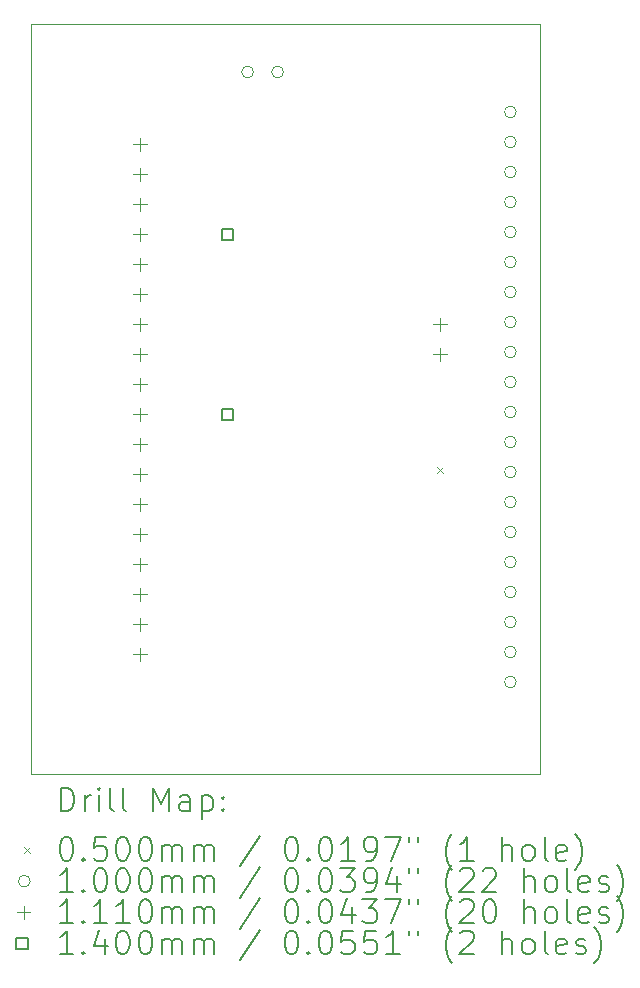
<source format=gbr>
%TF.GenerationSoftware,KiCad,Pcbnew,7.0.7*%
%TF.CreationDate,2023-09-18T17:32:53-06:00*%
%TF.ProjectId,hygienie_pcb,68796769-656e-4696-955f-7063622e6b69,00*%
%TF.SameCoordinates,Original*%
%TF.FileFunction,Drillmap*%
%TF.FilePolarity,Positive*%
%FSLAX45Y45*%
G04 Gerber Fmt 4.5, Leading zero omitted, Abs format (unit mm)*
G04 Created by KiCad (PCBNEW 7.0.7) date 2023-09-18 17:32:53*
%MOMM*%
%LPD*%
G01*
G04 APERTURE LIST*
%ADD10C,0.100000*%
%ADD11C,0.200000*%
%ADD12C,0.050000*%
%ADD13C,0.111000*%
%ADD14C,0.140000*%
G04 APERTURE END LIST*
D10*
X9060000Y-7366000D02*
X13370000Y-7366000D01*
X13370000Y-13716000D01*
X9060000Y-13716000D01*
X9060000Y-7366000D01*
D11*
D12*
X12500000Y-11117500D02*
X12550000Y-11167500D01*
X12550000Y-11117500D02*
X12500000Y-11167500D01*
D10*
X10946000Y-7775000D02*
G75*
G03*
X10946000Y-7775000I-50000J0D01*
G01*
X11200000Y-7775000D02*
G75*
G03*
X11200000Y-7775000I-50000J0D01*
G01*
X13170000Y-8113000D02*
G75*
G03*
X13170000Y-8113000I-50000J0D01*
G01*
X13170000Y-8367000D02*
G75*
G03*
X13170000Y-8367000I-50000J0D01*
G01*
X13170000Y-8621000D02*
G75*
G03*
X13170000Y-8621000I-50000J0D01*
G01*
X13170000Y-8875000D02*
G75*
G03*
X13170000Y-8875000I-50000J0D01*
G01*
X13170000Y-9129000D02*
G75*
G03*
X13170000Y-9129000I-50000J0D01*
G01*
X13170000Y-9383000D02*
G75*
G03*
X13170000Y-9383000I-50000J0D01*
G01*
X13170000Y-9637000D02*
G75*
G03*
X13170000Y-9637000I-50000J0D01*
G01*
X13170000Y-9891000D02*
G75*
G03*
X13170000Y-9891000I-50000J0D01*
G01*
X13170000Y-10145000D02*
G75*
G03*
X13170000Y-10145000I-50000J0D01*
G01*
X13170000Y-10399000D02*
G75*
G03*
X13170000Y-10399000I-50000J0D01*
G01*
X13170000Y-10653000D02*
G75*
G03*
X13170000Y-10653000I-50000J0D01*
G01*
X13170000Y-10907000D02*
G75*
G03*
X13170000Y-10907000I-50000J0D01*
G01*
X13170000Y-11161000D02*
G75*
G03*
X13170000Y-11161000I-50000J0D01*
G01*
X13170000Y-11415000D02*
G75*
G03*
X13170000Y-11415000I-50000J0D01*
G01*
X13170000Y-11669000D02*
G75*
G03*
X13170000Y-11669000I-50000J0D01*
G01*
X13170000Y-11923000D02*
G75*
G03*
X13170000Y-11923000I-50000J0D01*
G01*
X13170000Y-12177000D02*
G75*
G03*
X13170000Y-12177000I-50000J0D01*
G01*
X13170000Y-12431000D02*
G75*
G03*
X13170000Y-12431000I-50000J0D01*
G01*
X13170000Y-12685000D02*
G75*
G03*
X13170000Y-12685000I-50000J0D01*
G01*
X13170000Y-12939000D02*
G75*
G03*
X13170000Y-12939000I-50000J0D01*
G01*
D13*
X9985000Y-8332000D02*
X9985000Y-8443000D01*
X9929500Y-8387500D02*
X10040500Y-8387500D01*
X9985000Y-8586000D02*
X9985000Y-8697000D01*
X9929500Y-8641500D02*
X10040500Y-8641500D01*
X9985000Y-8840000D02*
X9985000Y-8951000D01*
X9929500Y-8895500D02*
X10040500Y-8895500D01*
X9985000Y-9094000D02*
X9985000Y-9205000D01*
X9929500Y-9149500D02*
X10040500Y-9149500D01*
X9985000Y-9348000D02*
X9985000Y-9459000D01*
X9929500Y-9403500D02*
X10040500Y-9403500D01*
X9985000Y-9602000D02*
X9985000Y-9713000D01*
X9929500Y-9657500D02*
X10040500Y-9657500D01*
X9985000Y-9856000D02*
X9985000Y-9967000D01*
X9929500Y-9911500D02*
X10040500Y-9911500D01*
X9985000Y-10110000D02*
X9985000Y-10221000D01*
X9929500Y-10165500D02*
X10040500Y-10165500D01*
X9985000Y-10364000D02*
X9985000Y-10475000D01*
X9929500Y-10419500D02*
X10040500Y-10419500D01*
X9985000Y-10618000D02*
X9985000Y-10729000D01*
X9929500Y-10673500D02*
X10040500Y-10673500D01*
X9985000Y-10872000D02*
X9985000Y-10983000D01*
X9929500Y-10927500D02*
X10040500Y-10927500D01*
X9985000Y-11126000D02*
X9985000Y-11237000D01*
X9929500Y-11181500D02*
X10040500Y-11181500D01*
X9985000Y-11380000D02*
X9985000Y-11491000D01*
X9929500Y-11435500D02*
X10040500Y-11435500D01*
X9985000Y-11634000D02*
X9985000Y-11745000D01*
X9929500Y-11689500D02*
X10040500Y-11689500D01*
X9985000Y-11888000D02*
X9985000Y-11999000D01*
X9929500Y-11943500D02*
X10040500Y-11943500D01*
X9985000Y-12142000D02*
X9985000Y-12253000D01*
X9929500Y-12197500D02*
X10040500Y-12197500D01*
X9985000Y-12396000D02*
X9985000Y-12507000D01*
X9929500Y-12451500D02*
X10040500Y-12451500D01*
X9985000Y-12650000D02*
X9985000Y-12761000D01*
X9929500Y-12705500D02*
X10040500Y-12705500D01*
X12525000Y-9856000D02*
X12525000Y-9967000D01*
X12469500Y-9911500D02*
X12580500Y-9911500D01*
X12525000Y-10110000D02*
X12525000Y-10221000D01*
X12469500Y-10165500D02*
X12580500Y-10165500D01*
D14*
X10774498Y-9199498D02*
X10774498Y-9100502D01*
X10675502Y-9100502D01*
X10675502Y-9199498D01*
X10774498Y-9199498D01*
X10774498Y-10723498D02*
X10774498Y-10624502D01*
X10675502Y-10624502D01*
X10675502Y-10723498D01*
X10774498Y-10723498D01*
D11*
X9315777Y-14032484D02*
X9315777Y-13832484D01*
X9315777Y-13832484D02*
X9363396Y-13832484D01*
X9363396Y-13832484D02*
X9391967Y-13842008D01*
X9391967Y-13842008D02*
X9411015Y-13861055D01*
X9411015Y-13861055D02*
X9420539Y-13880103D01*
X9420539Y-13880103D02*
X9430063Y-13918198D01*
X9430063Y-13918198D02*
X9430063Y-13946769D01*
X9430063Y-13946769D02*
X9420539Y-13984865D01*
X9420539Y-13984865D02*
X9411015Y-14003912D01*
X9411015Y-14003912D02*
X9391967Y-14022960D01*
X9391967Y-14022960D02*
X9363396Y-14032484D01*
X9363396Y-14032484D02*
X9315777Y-14032484D01*
X9515777Y-14032484D02*
X9515777Y-13899150D01*
X9515777Y-13937246D02*
X9525301Y-13918198D01*
X9525301Y-13918198D02*
X9534824Y-13908674D01*
X9534824Y-13908674D02*
X9553872Y-13899150D01*
X9553872Y-13899150D02*
X9572920Y-13899150D01*
X9639586Y-14032484D02*
X9639586Y-13899150D01*
X9639586Y-13832484D02*
X9630063Y-13842008D01*
X9630063Y-13842008D02*
X9639586Y-13851531D01*
X9639586Y-13851531D02*
X9649110Y-13842008D01*
X9649110Y-13842008D02*
X9639586Y-13832484D01*
X9639586Y-13832484D02*
X9639586Y-13851531D01*
X9763396Y-14032484D02*
X9744348Y-14022960D01*
X9744348Y-14022960D02*
X9734824Y-14003912D01*
X9734824Y-14003912D02*
X9734824Y-13832484D01*
X9868158Y-14032484D02*
X9849110Y-14022960D01*
X9849110Y-14022960D02*
X9839586Y-14003912D01*
X9839586Y-14003912D02*
X9839586Y-13832484D01*
X10096729Y-14032484D02*
X10096729Y-13832484D01*
X10096729Y-13832484D02*
X10163396Y-13975341D01*
X10163396Y-13975341D02*
X10230063Y-13832484D01*
X10230063Y-13832484D02*
X10230063Y-14032484D01*
X10411015Y-14032484D02*
X10411015Y-13927722D01*
X10411015Y-13927722D02*
X10401491Y-13908674D01*
X10401491Y-13908674D02*
X10382444Y-13899150D01*
X10382444Y-13899150D02*
X10344348Y-13899150D01*
X10344348Y-13899150D02*
X10325301Y-13908674D01*
X10411015Y-14022960D02*
X10391967Y-14032484D01*
X10391967Y-14032484D02*
X10344348Y-14032484D01*
X10344348Y-14032484D02*
X10325301Y-14022960D01*
X10325301Y-14022960D02*
X10315777Y-14003912D01*
X10315777Y-14003912D02*
X10315777Y-13984865D01*
X10315777Y-13984865D02*
X10325301Y-13965817D01*
X10325301Y-13965817D02*
X10344348Y-13956293D01*
X10344348Y-13956293D02*
X10391967Y-13956293D01*
X10391967Y-13956293D02*
X10411015Y-13946769D01*
X10506253Y-13899150D02*
X10506253Y-14099150D01*
X10506253Y-13908674D02*
X10525301Y-13899150D01*
X10525301Y-13899150D02*
X10563396Y-13899150D01*
X10563396Y-13899150D02*
X10582444Y-13908674D01*
X10582444Y-13908674D02*
X10591967Y-13918198D01*
X10591967Y-13918198D02*
X10601491Y-13937246D01*
X10601491Y-13937246D02*
X10601491Y-13994388D01*
X10601491Y-13994388D02*
X10591967Y-14013436D01*
X10591967Y-14013436D02*
X10582444Y-14022960D01*
X10582444Y-14022960D02*
X10563396Y-14032484D01*
X10563396Y-14032484D02*
X10525301Y-14032484D01*
X10525301Y-14032484D02*
X10506253Y-14022960D01*
X10687205Y-14013436D02*
X10696729Y-14022960D01*
X10696729Y-14022960D02*
X10687205Y-14032484D01*
X10687205Y-14032484D02*
X10677682Y-14022960D01*
X10677682Y-14022960D02*
X10687205Y-14013436D01*
X10687205Y-14013436D02*
X10687205Y-14032484D01*
X10687205Y-13908674D02*
X10696729Y-13918198D01*
X10696729Y-13918198D02*
X10687205Y-13927722D01*
X10687205Y-13927722D02*
X10677682Y-13918198D01*
X10677682Y-13918198D02*
X10687205Y-13908674D01*
X10687205Y-13908674D02*
X10687205Y-13927722D01*
D12*
X9005000Y-14336000D02*
X9055000Y-14386000D01*
X9055000Y-14336000D02*
X9005000Y-14386000D01*
D11*
X9353872Y-14252484D02*
X9372920Y-14252484D01*
X9372920Y-14252484D02*
X9391967Y-14262008D01*
X9391967Y-14262008D02*
X9401491Y-14271531D01*
X9401491Y-14271531D02*
X9411015Y-14290579D01*
X9411015Y-14290579D02*
X9420539Y-14328674D01*
X9420539Y-14328674D02*
X9420539Y-14376293D01*
X9420539Y-14376293D02*
X9411015Y-14414388D01*
X9411015Y-14414388D02*
X9401491Y-14433436D01*
X9401491Y-14433436D02*
X9391967Y-14442960D01*
X9391967Y-14442960D02*
X9372920Y-14452484D01*
X9372920Y-14452484D02*
X9353872Y-14452484D01*
X9353872Y-14452484D02*
X9334824Y-14442960D01*
X9334824Y-14442960D02*
X9325301Y-14433436D01*
X9325301Y-14433436D02*
X9315777Y-14414388D01*
X9315777Y-14414388D02*
X9306253Y-14376293D01*
X9306253Y-14376293D02*
X9306253Y-14328674D01*
X9306253Y-14328674D02*
X9315777Y-14290579D01*
X9315777Y-14290579D02*
X9325301Y-14271531D01*
X9325301Y-14271531D02*
X9334824Y-14262008D01*
X9334824Y-14262008D02*
X9353872Y-14252484D01*
X9506253Y-14433436D02*
X9515777Y-14442960D01*
X9515777Y-14442960D02*
X9506253Y-14452484D01*
X9506253Y-14452484D02*
X9496729Y-14442960D01*
X9496729Y-14442960D02*
X9506253Y-14433436D01*
X9506253Y-14433436D02*
X9506253Y-14452484D01*
X9696729Y-14252484D02*
X9601491Y-14252484D01*
X9601491Y-14252484D02*
X9591967Y-14347722D01*
X9591967Y-14347722D02*
X9601491Y-14338198D01*
X9601491Y-14338198D02*
X9620539Y-14328674D01*
X9620539Y-14328674D02*
X9668158Y-14328674D01*
X9668158Y-14328674D02*
X9687205Y-14338198D01*
X9687205Y-14338198D02*
X9696729Y-14347722D01*
X9696729Y-14347722D02*
X9706253Y-14366769D01*
X9706253Y-14366769D02*
X9706253Y-14414388D01*
X9706253Y-14414388D02*
X9696729Y-14433436D01*
X9696729Y-14433436D02*
X9687205Y-14442960D01*
X9687205Y-14442960D02*
X9668158Y-14452484D01*
X9668158Y-14452484D02*
X9620539Y-14452484D01*
X9620539Y-14452484D02*
X9601491Y-14442960D01*
X9601491Y-14442960D02*
X9591967Y-14433436D01*
X9830063Y-14252484D02*
X9849110Y-14252484D01*
X9849110Y-14252484D02*
X9868158Y-14262008D01*
X9868158Y-14262008D02*
X9877682Y-14271531D01*
X9877682Y-14271531D02*
X9887205Y-14290579D01*
X9887205Y-14290579D02*
X9896729Y-14328674D01*
X9896729Y-14328674D02*
X9896729Y-14376293D01*
X9896729Y-14376293D02*
X9887205Y-14414388D01*
X9887205Y-14414388D02*
X9877682Y-14433436D01*
X9877682Y-14433436D02*
X9868158Y-14442960D01*
X9868158Y-14442960D02*
X9849110Y-14452484D01*
X9849110Y-14452484D02*
X9830063Y-14452484D01*
X9830063Y-14452484D02*
X9811015Y-14442960D01*
X9811015Y-14442960D02*
X9801491Y-14433436D01*
X9801491Y-14433436D02*
X9791967Y-14414388D01*
X9791967Y-14414388D02*
X9782444Y-14376293D01*
X9782444Y-14376293D02*
X9782444Y-14328674D01*
X9782444Y-14328674D02*
X9791967Y-14290579D01*
X9791967Y-14290579D02*
X9801491Y-14271531D01*
X9801491Y-14271531D02*
X9811015Y-14262008D01*
X9811015Y-14262008D02*
X9830063Y-14252484D01*
X10020539Y-14252484D02*
X10039586Y-14252484D01*
X10039586Y-14252484D02*
X10058634Y-14262008D01*
X10058634Y-14262008D02*
X10068158Y-14271531D01*
X10068158Y-14271531D02*
X10077682Y-14290579D01*
X10077682Y-14290579D02*
X10087205Y-14328674D01*
X10087205Y-14328674D02*
X10087205Y-14376293D01*
X10087205Y-14376293D02*
X10077682Y-14414388D01*
X10077682Y-14414388D02*
X10068158Y-14433436D01*
X10068158Y-14433436D02*
X10058634Y-14442960D01*
X10058634Y-14442960D02*
X10039586Y-14452484D01*
X10039586Y-14452484D02*
X10020539Y-14452484D01*
X10020539Y-14452484D02*
X10001491Y-14442960D01*
X10001491Y-14442960D02*
X9991967Y-14433436D01*
X9991967Y-14433436D02*
X9982444Y-14414388D01*
X9982444Y-14414388D02*
X9972920Y-14376293D01*
X9972920Y-14376293D02*
X9972920Y-14328674D01*
X9972920Y-14328674D02*
X9982444Y-14290579D01*
X9982444Y-14290579D02*
X9991967Y-14271531D01*
X9991967Y-14271531D02*
X10001491Y-14262008D01*
X10001491Y-14262008D02*
X10020539Y-14252484D01*
X10172920Y-14452484D02*
X10172920Y-14319150D01*
X10172920Y-14338198D02*
X10182444Y-14328674D01*
X10182444Y-14328674D02*
X10201491Y-14319150D01*
X10201491Y-14319150D02*
X10230063Y-14319150D01*
X10230063Y-14319150D02*
X10249110Y-14328674D01*
X10249110Y-14328674D02*
X10258634Y-14347722D01*
X10258634Y-14347722D02*
X10258634Y-14452484D01*
X10258634Y-14347722D02*
X10268158Y-14328674D01*
X10268158Y-14328674D02*
X10287205Y-14319150D01*
X10287205Y-14319150D02*
X10315777Y-14319150D01*
X10315777Y-14319150D02*
X10334825Y-14328674D01*
X10334825Y-14328674D02*
X10344348Y-14347722D01*
X10344348Y-14347722D02*
X10344348Y-14452484D01*
X10439586Y-14452484D02*
X10439586Y-14319150D01*
X10439586Y-14338198D02*
X10449110Y-14328674D01*
X10449110Y-14328674D02*
X10468158Y-14319150D01*
X10468158Y-14319150D02*
X10496729Y-14319150D01*
X10496729Y-14319150D02*
X10515777Y-14328674D01*
X10515777Y-14328674D02*
X10525301Y-14347722D01*
X10525301Y-14347722D02*
X10525301Y-14452484D01*
X10525301Y-14347722D02*
X10534825Y-14328674D01*
X10534825Y-14328674D02*
X10553872Y-14319150D01*
X10553872Y-14319150D02*
X10582444Y-14319150D01*
X10582444Y-14319150D02*
X10601491Y-14328674D01*
X10601491Y-14328674D02*
X10611015Y-14347722D01*
X10611015Y-14347722D02*
X10611015Y-14452484D01*
X11001491Y-14242960D02*
X10830063Y-14500103D01*
X11258634Y-14252484D02*
X11277682Y-14252484D01*
X11277682Y-14252484D02*
X11296729Y-14262008D01*
X11296729Y-14262008D02*
X11306253Y-14271531D01*
X11306253Y-14271531D02*
X11315777Y-14290579D01*
X11315777Y-14290579D02*
X11325301Y-14328674D01*
X11325301Y-14328674D02*
X11325301Y-14376293D01*
X11325301Y-14376293D02*
X11315777Y-14414388D01*
X11315777Y-14414388D02*
X11306253Y-14433436D01*
X11306253Y-14433436D02*
X11296729Y-14442960D01*
X11296729Y-14442960D02*
X11277682Y-14452484D01*
X11277682Y-14452484D02*
X11258634Y-14452484D01*
X11258634Y-14452484D02*
X11239586Y-14442960D01*
X11239586Y-14442960D02*
X11230063Y-14433436D01*
X11230063Y-14433436D02*
X11220539Y-14414388D01*
X11220539Y-14414388D02*
X11211015Y-14376293D01*
X11211015Y-14376293D02*
X11211015Y-14328674D01*
X11211015Y-14328674D02*
X11220539Y-14290579D01*
X11220539Y-14290579D02*
X11230063Y-14271531D01*
X11230063Y-14271531D02*
X11239586Y-14262008D01*
X11239586Y-14262008D02*
X11258634Y-14252484D01*
X11411015Y-14433436D02*
X11420539Y-14442960D01*
X11420539Y-14442960D02*
X11411015Y-14452484D01*
X11411015Y-14452484D02*
X11401491Y-14442960D01*
X11401491Y-14442960D02*
X11411015Y-14433436D01*
X11411015Y-14433436D02*
X11411015Y-14452484D01*
X11544348Y-14252484D02*
X11563396Y-14252484D01*
X11563396Y-14252484D02*
X11582444Y-14262008D01*
X11582444Y-14262008D02*
X11591967Y-14271531D01*
X11591967Y-14271531D02*
X11601491Y-14290579D01*
X11601491Y-14290579D02*
X11611015Y-14328674D01*
X11611015Y-14328674D02*
X11611015Y-14376293D01*
X11611015Y-14376293D02*
X11601491Y-14414388D01*
X11601491Y-14414388D02*
X11591967Y-14433436D01*
X11591967Y-14433436D02*
X11582444Y-14442960D01*
X11582444Y-14442960D02*
X11563396Y-14452484D01*
X11563396Y-14452484D02*
X11544348Y-14452484D01*
X11544348Y-14452484D02*
X11525301Y-14442960D01*
X11525301Y-14442960D02*
X11515777Y-14433436D01*
X11515777Y-14433436D02*
X11506253Y-14414388D01*
X11506253Y-14414388D02*
X11496729Y-14376293D01*
X11496729Y-14376293D02*
X11496729Y-14328674D01*
X11496729Y-14328674D02*
X11506253Y-14290579D01*
X11506253Y-14290579D02*
X11515777Y-14271531D01*
X11515777Y-14271531D02*
X11525301Y-14262008D01*
X11525301Y-14262008D02*
X11544348Y-14252484D01*
X11801491Y-14452484D02*
X11687206Y-14452484D01*
X11744348Y-14452484D02*
X11744348Y-14252484D01*
X11744348Y-14252484D02*
X11725301Y-14281055D01*
X11725301Y-14281055D02*
X11706253Y-14300103D01*
X11706253Y-14300103D02*
X11687206Y-14309627D01*
X11896729Y-14452484D02*
X11934825Y-14452484D01*
X11934825Y-14452484D02*
X11953872Y-14442960D01*
X11953872Y-14442960D02*
X11963396Y-14433436D01*
X11963396Y-14433436D02*
X11982444Y-14404865D01*
X11982444Y-14404865D02*
X11991967Y-14366769D01*
X11991967Y-14366769D02*
X11991967Y-14290579D01*
X11991967Y-14290579D02*
X11982444Y-14271531D01*
X11982444Y-14271531D02*
X11972920Y-14262008D01*
X11972920Y-14262008D02*
X11953872Y-14252484D01*
X11953872Y-14252484D02*
X11915777Y-14252484D01*
X11915777Y-14252484D02*
X11896729Y-14262008D01*
X11896729Y-14262008D02*
X11887206Y-14271531D01*
X11887206Y-14271531D02*
X11877682Y-14290579D01*
X11877682Y-14290579D02*
X11877682Y-14338198D01*
X11877682Y-14338198D02*
X11887206Y-14357246D01*
X11887206Y-14357246D02*
X11896729Y-14366769D01*
X11896729Y-14366769D02*
X11915777Y-14376293D01*
X11915777Y-14376293D02*
X11953872Y-14376293D01*
X11953872Y-14376293D02*
X11972920Y-14366769D01*
X11972920Y-14366769D02*
X11982444Y-14357246D01*
X11982444Y-14357246D02*
X11991967Y-14338198D01*
X12058634Y-14252484D02*
X12191967Y-14252484D01*
X12191967Y-14252484D02*
X12106253Y-14452484D01*
X12258634Y-14252484D02*
X12258634Y-14290579D01*
X12334825Y-14252484D02*
X12334825Y-14290579D01*
X12630063Y-14528674D02*
X12620539Y-14519150D01*
X12620539Y-14519150D02*
X12601491Y-14490579D01*
X12601491Y-14490579D02*
X12591968Y-14471531D01*
X12591968Y-14471531D02*
X12582444Y-14442960D01*
X12582444Y-14442960D02*
X12572920Y-14395341D01*
X12572920Y-14395341D02*
X12572920Y-14357246D01*
X12572920Y-14357246D02*
X12582444Y-14309627D01*
X12582444Y-14309627D02*
X12591968Y-14281055D01*
X12591968Y-14281055D02*
X12601491Y-14262008D01*
X12601491Y-14262008D02*
X12620539Y-14233436D01*
X12620539Y-14233436D02*
X12630063Y-14223912D01*
X12811015Y-14452484D02*
X12696729Y-14452484D01*
X12753872Y-14452484D02*
X12753872Y-14252484D01*
X12753872Y-14252484D02*
X12734825Y-14281055D01*
X12734825Y-14281055D02*
X12715777Y-14300103D01*
X12715777Y-14300103D02*
X12696729Y-14309627D01*
X13049110Y-14452484D02*
X13049110Y-14252484D01*
X13134825Y-14452484D02*
X13134825Y-14347722D01*
X13134825Y-14347722D02*
X13125301Y-14328674D01*
X13125301Y-14328674D02*
X13106253Y-14319150D01*
X13106253Y-14319150D02*
X13077682Y-14319150D01*
X13077682Y-14319150D02*
X13058634Y-14328674D01*
X13058634Y-14328674D02*
X13049110Y-14338198D01*
X13258634Y-14452484D02*
X13239587Y-14442960D01*
X13239587Y-14442960D02*
X13230063Y-14433436D01*
X13230063Y-14433436D02*
X13220539Y-14414388D01*
X13220539Y-14414388D02*
X13220539Y-14357246D01*
X13220539Y-14357246D02*
X13230063Y-14338198D01*
X13230063Y-14338198D02*
X13239587Y-14328674D01*
X13239587Y-14328674D02*
X13258634Y-14319150D01*
X13258634Y-14319150D02*
X13287206Y-14319150D01*
X13287206Y-14319150D02*
X13306253Y-14328674D01*
X13306253Y-14328674D02*
X13315777Y-14338198D01*
X13315777Y-14338198D02*
X13325301Y-14357246D01*
X13325301Y-14357246D02*
X13325301Y-14414388D01*
X13325301Y-14414388D02*
X13315777Y-14433436D01*
X13315777Y-14433436D02*
X13306253Y-14442960D01*
X13306253Y-14442960D02*
X13287206Y-14452484D01*
X13287206Y-14452484D02*
X13258634Y-14452484D01*
X13439587Y-14452484D02*
X13420539Y-14442960D01*
X13420539Y-14442960D02*
X13411015Y-14423912D01*
X13411015Y-14423912D02*
X13411015Y-14252484D01*
X13591968Y-14442960D02*
X13572920Y-14452484D01*
X13572920Y-14452484D02*
X13534825Y-14452484D01*
X13534825Y-14452484D02*
X13515777Y-14442960D01*
X13515777Y-14442960D02*
X13506253Y-14423912D01*
X13506253Y-14423912D02*
X13506253Y-14347722D01*
X13506253Y-14347722D02*
X13515777Y-14328674D01*
X13515777Y-14328674D02*
X13534825Y-14319150D01*
X13534825Y-14319150D02*
X13572920Y-14319150D01*
X13572920Y-14319150D02*
X13591968Y-14328674D01*
X13591968Y-14328674D02*
X13601491Y-14347722D01*
X13601491Y-14347722D02*
X13601491Y-14366769D01*
X13601491Y-14366769D02*
X13506253Y-14385817D01*
X13668158Y-14528674D02*
X13677682Y-14519150D01*
X13677682Y-14519150D02*
X13696730Y-14490579D01*
X13696730Y-14490579D02*
X13706253Y-14471531D01*
X13706253Y-14471531D02*
X13715777Y-14442960D01*
X13715777Y-14442960D02*
X13725301Y-14395341D01*
X13725301Y-14395341D02*
X13725301Y-14357246D01*
X13725301Y-14357246D02*
X13715777Y-14309627D01*
X13715777Y-14309627D02*
X13706253Y-14281055D01*
X13706253Y-14281055D02*
X13696730Y-14262008D01*
X13696730Y-14262008D02*
X13677682Y-14233436D01*
X13677682Y-14233436D02*
X13668158Y-14223912D01*
D10*
X9055000Y-14625000D02*
G75*
G03*
X9055000Y-14625000I-50000J0D01*
G01*
D11*
X9420539Y-14716484D02*
X9306253Y-14716484D01*
X9363396Y-14716484D02*
X9363396Y-14516484D01*
X9363396Y-14516484D02*
X9344348Y-14545055D01*
X9344348Y-14545055D02*
X9325301Y-14564103D01*
X9325301Y-14564103D02*
X9306253Y-14573627D01*
X9506253Y-14697436D02*
X9515777Y-14706960D01*
X9515777Y-14706960D02*
X9506253Y-14716484D01*
X9506253Y-14716484D02*
X9496729Y-14706960D01*
X9496729Y-14706960D02*
X9506253Y-14697436D01*
X9506253Y-14697436D02*
X9506253Y-14716484D01*
X9639586Y-14516484D02*
X9658634Y-14516484D01*
X9658634Y-14516484D02*
X9677682Y-14526008D01*
X9677682Y-14526008D02*
X9687205Y-14535531D01*
X9687205Y-14535531D02*
X9696729Y-14554579D01*
X9696729Y-14554579D02*
X9706253Y-14592674D01*
X9706253Y-14592674D02*
X9706253Y-14640293D01*
X9706253Y-14640293D02*
X9696729Y-14678388D01*
X9696729Y-14678388D02*
X9687205Y-14697436D01*
X9687205Y-14697436D02*
X9677682Y-14706960D01*
X9677682Y-14706960D02*
X9658634Y-14716484D01*
X9658634Y-14716484D02*
X9639586Y-14716484D01*
X9639586Y-14716484D02*
X9620539Y-14706960D01*
X9620539Y-14706960D02*
X9611015Y-14697436D01*
X9611015Y-14697436D02*
X9601491Y-14678388D01*
X9601491Y-14678388D02*
X9591967Y-14640293D01*
X9591967Y-14640293D02*
X9591967Y-14592674D01*
X9591967Y-14592674D02*
X9601491Y-14554579D01*
X9601491Y-14554579D02*
X9611015Y-14535531D01*
X9611015Y-14535531D02*
X9620539Y-14526008D01*
X9620539Y-14526008D02*
X9639586Y-14516484D01*
X9830063Y-14516484D02*
X9849110Y-14516484D01*
X9849110Y-14516484D02*
X9868158Y-14526008D01*
X9868158Y-14526008D02*
X9877682Y-14535531D01*
X9877682Y-14535531D02*
X9887205Y-14554579D01*
X9887205Y-14554579D02*
X9896729Y-14592674D01*
X9896729Y-14592674D02*
X9896729Y-14640293D01*
X9896729Y-14640293D02*
X9887205Y-14678388D01*
X9887205Y-14678388D02*
X9877682Y-14697436D01*
X9877682Y-14697436D02*
X9868158Y-14706960D01*
X9868158Y-14706960D02*
X9849110Y-14716484D01*
X9849110Y-14716484D02*
X9830063Y-14716484D01*
X9830063Y-14716484D02*
X9811015Y-14706960D01*
X9811015Y-14706960D02*
X9801491Y-14697436D01*
X9801491Y-14697436D02*
X9791967Y-14678388D01*
X9791967Y-14678388D02*
X9782444Y-14640293D01*
X9782444Y-14640293D02*
X9782444Y-14592674D01*
X9782444Y-14592674D02*
X9791967Y-14554579D01*
X9791967Y-14554579D02*
X9801491Y-14535531D01*
X9801491Y-14535531D02*
X9811015Y-14526008D01*
X9811015Y-14526008D02*
X9830063Y-14516484D01*
X10020539Y-14516484D02*
X10039586Y-14516484D01*
X10039586Y-14516484D02*
X10058634Y-14526008D01*
X10058634Y-14526008D02*
X10068158Y-14535531D01*
X10068158Y-14535531D02*
X10077682Y-14554579D01*
X10077682Y-14554579D02*
X10087205Y-14592674D01*
X10087205Y-14592674D02*
X10087205Y-14640293D01*
X10087205Y-14640293D02*
X10077682Y-14678388D01*
X10077682Y-14678388D02*
X10068158Y-14697436D01*
X10068158Y-14697436D02*
X10058634Y-14706960D01*
X10058634Y-14706960D02*
X10039586Y-14716484D01*
X10039586Y-14716484D02*
X10020539Y-14716484D01*
X10020539Y-14716484D02*
X10001491Y-14706960D01*
X10001491Y-14706960D02*
X9991967Y-14697436D01*
X9991967Y-14697436D02*
X9982444Y-14678388D01*
X9982444Y-14678388D02*
X9972920Y-14640293D01*
X9972920Y-14640293D02*
X9972920Y-14592674D01*
X9972920Y-14592674D02*
X9982444Y-14554579D01*
X9982444Y-14554579D02*
X9991967Y-14535531D01*
X9991967Y-14535531D02*
X10001491Y-14526008D01*
X10001491Y-14526008D02*
X10020539Y-14516484D01*
X10172920Y-14716484D02*
X10172920Y-14583150D01*
X10172920Y-14602198D02*
X10182444Y-14592674D01*
X10182444Y-14592674D02*
X10201491Y-14583150D01*
X10201491Y-14583150D02*
X10230063Y-14583150D01*
X10230063Y-14583150D02*
X10249110Y-14592674D01*
X10249110Y-14592674D02*
X10258634Y-14611722D01*
X10258634Y-14611722D02*
X10258634Y-14716484D01*
X10258634Y-14611722D02*
X10268158Y-14592674D01*
X10268158Y-14592674D02*
X10287205Y-14583150D01*
X10287205Y-14583150D02*
X10315777Y-14583150D01*
X10315777Y-14583150D02*
X10334825Y-14592674D01*
X10334825Y-14592674D02*
X10344348Y-14611722D01*
X10344348Y-14611722D02*
X10344348Y-14716484D01*
X10439586Y-14716484D02*
X10439586Y-14583150D01*
X10439586Y-14602198D02*
X10449110Y-14592674D01*
X10449110Y-14592674D02*
X10468158Y-14583150D01*
X10468158Y-14583150D02*
X10496729Y-14583150D01*
X10496729Y-14583150D02*
X10515777Y-14592674D01*
X10515777Y-14592674D02*
X10525301Y-14611722D01*
X10525301Y-14611722D02*
X10525301Y-14716484D01*
X10525301Y-14611722D02*
X10534825Y-14592674D01*
X10534825Y-14592674D02*
X10553872Y-14583150D01*
X10553872Y-14583150D02*
X10582444Y-14583150D01*
X10582444Y-14583150D02*
X10601491Y-14592674D01*
X10601491Y-14592674D02*
X10611015Y-14611722D01*
X10611015Y-14611722D02*
X10611015Y-14716484D01*
X11001491Y-14506960D02*
X10830063Y-14764103D01*
X11258634Y-14516484D02*
X11277682Y-14516484D01*
X11277682Y-14516484D02*
X11296729Y-14526008D01*
X11296729Y-14526008D02*
X11306253Y-14535531D01*
X11306253Y-14535531D02*
X11315777Y-14554579D01*
X11315777Y-14554579D02*
X11325301Y-14592674D01*
X11325301Y-14592674D02*
X11325301Y-14640293D01*
X11325301Y-14640293D02*
X11315777Y-14678388D01*
X11315777Y-14678388D02*
X11306253Y-14697436D01*
X11306253Y-14697436D02*
X11296729Y-14706960D01*
X11296729Y-14706960D02*
X11277682Y-14716484D01*
X11277682Y-14716484D02*
X11258634Y-14716484D01*
X11258634Y-14716484D02*
X11239586Y-14706960D01*
X11239586Y-14706960D02*
X11230063Y-14697436D01*
X11230063Y-14697436D02*
X11220539Y-14678388D01*
X11220539Y-14678388D02*
X11211015Y-14640293D01*
X11211015Y-14640293D02*
X11211015Y-14592674D01*
X11211015Y-14592674D02*
X11220539Y-14554579D01*
X11220539Y-14554579D02*
X11230063Y-14535531D01*
X11230063Y-14535531D02*
X11239586Y-14526008D01*
X11239586Y-14526008D02*
X11258634Y-14516484D01*
X11411015Y-14697436D02*
X11420539Y-14706960D01*
X11420539Y-14706960D02*
X11411015Y-14716484D01*
X11411015Y-14716484D02*
X11401491Y-14706960D01*
X11401491Y-14706960D02*
X11411015Y-14697436D01*
X11411015Y-14697436D02*
X11411015Y-14716484D01*
X11544348Y-14516484D02*
X11563396Y-14516484D01*
X11563396Y-14516484D02*
X11582444Y-14526008D01*
X11582444Y-14526008D02*
X11591967Y-14535531D01*
X11591967Y-14535531D02*
X11601491Y-14554579D01*
X11601491Y-14554579D02*
X11611015Y-14592674D01*
X11611015Y-14592674D02*
X11611015Y-14640293D01*
X11611015Y-14640293D02*
X11601491Y-14678388D01*
X11601491Y-14678388D02*
X11591967Y-14697436D01*
X11591967Y-14697436D02*
X11582444Y-14706960D01*
X11582444Y-14706960D02*
X11563396Y-14716484D01*
X11563396Y-14716484D02*
X11544348Y-14716484D01*
X11544348Y-14716484D02*
X11525301Y-14706960D01*
X11525301Y-14706960D02*
X11515777Y-14697436D01*
X11515777Y-14697436D02*
X11506253Y-14678388D01*
X11506253Y-14678388D02*
X11496729Y-14640293D01*
X11496729Y-14640293D02*
X11496729Y-14592674D01*
X11496729Y-14592674D02*
X11506253Y-14554579D01*
X11506253Y-14554579D02*
X11515777Y-14535531D01*
X11515777Y-14535531D02*
X11525301Y-14526008D01*
X11525301Y-14526008D02*
X11544348Y-14516484D01*
X11677682Y-14516484D02*
X11801491Y-14516484D01*
X11801491Y-14516484D02*
X11734825Y-14592674D01*
X11734825Y-14592674D02*
X11763396Y-14592674D01*
X11763396Y-14592674D02*
X11782444Y-14602198D01*
X11782444Y-14602198D02*
X11791967Y-14611722D01*
X11791967Y-14611722D02*
X11801491Y-14630769D01*
X11801491Y-14630769D02*
X11801491Y-14678388D01*
X11801491Y-14678388D02*
X11791967Y-14697436D01*
X11791967Y-14697436D02*
X11782444Y-14706960D01*
X11782444Y-14706960D02*
X11763396Y-14716484D01*
X11763396Y-14716484D02*
X11706253Y-14716484D01*
X11706253Y-14716484D02*
X11687206Y-14706960D01*
X11687206Y-14706960D02*
X11677682Y-14697436D01*
X11896729Y-14716484D02*
X11934825Y-14716484D01*
X11934825Y-14716484D02*
X11953872Y-14706960D01*
X11953872Y-14706960D02*
X11963396Y-14697436D01*
X11963396Y-14697436D02*
X11982444Y-14668865D01*
X11982444Y-14668865D02*
X11991967Y-14630769D01*
X11991967Y-14630769D02*
X11991967Y-14554579D01*
X11991967Y-14554579D02*
X11982444Y-14535531D01*
X11982444Y-14535531D02*
X11972920Y-14526008D01*
X11972920Y-14526008D02*
X11953872Y-14516484D01*
X11953872Y-14516484D02*
X11915777Y-14516484D01*
X11915777Y-14516484D02*
X11896729Y-14526008D01*
X11896729Y-14526008D02*
X11887206Y-14535531D01*
X11887206Y-14535531D02*
X11877682Y-14554579D01*
X11877682Y-14554579D02*
X11877682Y-14602198D01*
X11877682Y-14602198D02*
X11887206Y-14621246D01*
X11887206Y-14621246D02*
X11896729Y-14630769D01*
X11896729Y-14630769D02*
X11915777Y-14640293D01*
X11915777Y-14640293D02*
X11953872Y-14640293D01*
X11953872Y-14640293D02*
X11972920Y-14630769D01*
X11972920Y-14630769D02*
X11982444Y-14621246D01*
X11982444Y-14621246D02*
X11991967Y-14602198D01*
X12163396Y-14583150D02*
X12163396Y-14716484D01*
X12115777Y-14506960D02*
X12068158Y-14649817D01*
X12068158Y-14649817D02*
X12191967Y-14649817D01*
X12258634Y-14516484D02*
X12258634Y-14554579D01*
X12334825Y-14516484D02*
X12334825Y-14554579D01*
X12630063Y-14792674D02*
X12620539Y-14783150D01*
X12620539Y-14783150D02*
X12601491Y-14754579D01*
X12601491Y-14754579D02*
X12591968Y-14735531D01*
X12591968Y-14735531D02*
X12582444Y-14706960D01*
X12582444Y-14706960D02*
X12572920Y-14659341D01*
X12572920Y-14659341D02*
X12572920Y-14621246D01*
X12572920Y-14621246D02*
X12582444Y-14573627D01*
X12582444Y-14573627D02*
X12591968Y-14545055D01*
X12591968Y-14545055D02*
X12601491Y-14526008D01*
X12601491Y-14526008D02*
X12620539Y-14497436D01*
X12620539Y-14497436D02*
X12630063Y-14487912D01*
X12696729Y-14535531D02*
X12706253Y-14526008D01*
X12706253Y-14526008D02*
X12725301Y-14516484D01*
X12725301Y-14516484D02*
X12772920Y-14516484D01*
X12772920Y-14516484D02*
X12791968Y-14526008D01*
X12791968Y-14526008D02*
X12801491Y-14535531D01*
X12801491Y-14535531D02*
X12811015Y-14554579D01*
X12811015Y-14554579D02*
X12811015Y-14573627D01*
X12811015Y-14573627D02*
X12801491Y-14602198D01*
X12801491Y-14602198D02*
X12687206Y-14716484D01*
X12687206Y-14716484D02*
X12811015Y-14716484D01*
X12887206Y-14535531D02*
X12896729Y-14526008D01*
X12896729Y-14526008D02*
X12915777Y-14516484D01*
X12915777Y-14516484D02*
X12963396Y-14516484D01*
X12963396Y-14516484D02*
X12982444Y-14526008D01*
X12982444Y-14526008D02*
X12991968Y-14535531D01*
X12991968Y-14535531D02*
X13001491Y-14554579D01*
X13001491Y-14554579D02*
X13001491Y-14573627D01*
X13001491Y-14573627D02*
X12991968Y-14602198D01*
X12991968Y-14602198D02*
X12877682Y-14716484D01*
X12877682Y-14716484D02*
X13001491Y-14716484D01*
X13239587Y-14716484D02*
X13239587Y-14516484D01*
X13325301Y-14716484D02*
X13325301Y-14611722D01*
X13325301Y-14611722D02*
X13315777Y-14592674D01*
X13315777Y-14592674D02*
X13296730Y-14583150D01*
X13296730Y-14583150D02*
X13268158Y-14583150D01*
X13268158Y-14583150D02*
X13249110Y-14592674D01*
X13249110Y-14592674D02*
X13239587Y-14602198D01*
X13449110Y-14716484D02*
X13430063Y-14706960D01*
X13430063Y-14706960D02*
X13420539Y-14697436D01*
X13420539Y-14697436D02*
X13411015Y-14678388D01*
X13411015Y-14678388D02*
X13411015Y-14621246D01*
X13411015Y-14621246D02*
X13420539Y-14602198D01*
X13420539Y-14602198D02*
X13430063Y-14592674D01*
X13430063Y-14592674D02*
X13449110Y-14583150D01*
X13449110Y-14583150D02*
X13477682Y-14583150D01*
X13477682Y-14583150D02*
X13496730Y-14592674D01*
X13496730Y-14592674D02*
X13506253Y-14602198D01*
X13506253Y-14602198D02*
X13515777Y-14621246D01*
X13515777Y-14621246D02*
X13515777Y-14678388D01*
X13515777Y-14678388D02*
X13506253Y-14697436D01*
X13506253Y-14697436D02*
X13496730Y-14706960D01*
X13496730Y-14706960D02*
X13477682Y-14716484D01*
X13477682Y-14716484D02*
X13449110Y-14716484D01*
X13630063Y-14716484D02*
X13611015Y-14706960D01*
X13611015Y-14706960D02*
X13601491Y-14687912D01*
X13601491Y-14687912D02*
X13601491Y-14516484D01*
X13782444Y-14706960D02*
X13763396Y-14716484D01*
X13763396Y-14716484D02*
X13725301Y-14716484D01*
X13725301Y-14716484D02*
X13706253Y-14706960D01*
X13706253Y-14706960D02*
X13696730Y-14687912D01*
X13696730Y-14687912D02*
X13696730Y-14611722D01*
X13696730Y-14611722D02*
X13706253Y-14592674D01*
X13706253Y-14592674D02*
X13725301Y-14583150D01*
X13725301Y-14583150D02*
X13763396Y-14583150D01*
X13763396Y-14583150D02*
X13782444Y-14592674D01*
X13782444Y-14592674D02*
X13791968Y-14611722D01*
X13791968Y-14611722D02*
X13791968Y-14630769D01*
X13791968Y-14630769D02*
X13696730Y-14649817D01*
X13868158Y-14706960D02*
X13887206Y-14716484D01*
X13887206Y-14716484D02*
X13925301Y-14716484D01*
X13925301Y-14716484D02*
X13944349Y-14706960D01*
X13944349Y-14706960D02*
X13953872Y-14687912D01*
X13953872Y-14687912D02*
X13953872Y-14678388D01*
X13953872Y-14678388D02*
X13944349Y-14659341D01*
X13944349Y-14659341D02*
X13925301Y-14649817D01*
X13925301Y-14649817D02*
X13896730Y-14649817D01*
X13896730Y-14649817D02*
X13877682Y-14640293D01*
X13877682Y-14640293D02*
X13868158Y-14621246D01*
X13868158Y-14621246D02*
X13868158Y-14611722D01*
X13868158Y-14611722D02*
X13877682Y-14592674D01*
X13877682Y-14592674D02*
X13896730Y-14583150D01*
X13896730Y-14583150D02*
X13925301Y-14583150D01*
X13925301Y-14583150D02*
X13944349Y-14592674D01*
X14020539Y-14792674D02*
X14030063Y-14783150D01*
X14030063Y-14783150D02*
X14049111Y-14754579D01*
X14049111Y-14754579D02*
X14058634Y-14735531D01*
X14058634Y-14735531D02*
X14068158Y-14706960D01*
X14068158Y-14706960D02*
X14077682Y-14659341D01*
X14077682Y-14659341D02*
X14077682Y-14621246D01*
X14077682Y-14621246D02*
X14068158Y-14573627D01*
X14068158Y-14573627D02*
X14058634Y-14545055D01*
X14058634Y-14545055D02*
X14049111Y-14526008D01*
X14049111Y-14526008D02*
X14030063Y-14497436D01*
X14030063Y-14497436D02*
X14020539Y-14487912D01*
D13*
X8999500Y-14833500D02*
X8999500Y-14944500D01*
X8944000Y-14889000D02*
X9055000Y-14889000D01*
D11*
X9420539Y-14980484D02*
X9306253Y-14980484D01*
X9363396Y-14980484D02*
X9363396Y-14780484D01*
X9363396Y-14780484D02*
X9344348Y-14809055D01*
X9344348Y-14809055D02*
X9325301Y-14828103D01*
X9325301Y-14828103D02*
X9306253Y-14837627D01*
X9506253Y-14961436D02*
X9515777Y-14970960D01*
X9515777Y-14970960D02*
X9506253Y-14980484D01*
X9506253Y-14980484D02*
X9496729Y-14970960D01*
X9496729Y-14970960D02*
X9506253Y-14961436D01*
X9506253Y-14961436D02*
X9506253Y-14980484D01*
X9706253Y-14980484D02*
X9591967Y-14980484D01*
X9649110Y-14980484D02*
X9649110Y-14780484D01*
X9649110Y-14780484D02*
X9630063Y-14809055D01*
X9630063Y-14809055D02*
X9611015Y-14828103D01*
X9611015Y-14828103D02*
X9591967Y-14837627D01*
X9896729Y-14980484D02*
X9782444Y-14980484D01*
X9839586Y-14980484D02*
X9839586Y-14780484D01*
X9839586Y-14780484D02*
X9820539Y-14809055D01*
X9820539Y-14809055D02*
X9801491Y-14828103D01*
X9801491Y-14828103D02*
X9782444Y-14837627D01*
X10020539Y-14780484D02*
X10039586Y-14780484D01*
X10039586Y-14780484D02*
X10058634Y-14790008D01*
X10058634Y-14790008D02*
X10068158Y-14799531D01*
X10068158Y-14799531D02*
X10077682Y-14818579D01*
X10077682Y-14818579D02*
X10087205Y-14856674D01*
X10087205Y-14856674D02*
X10087205Y-14904293D01*
X10087205Y-14904293D02*
X10077682Y-14942388D01*
X10077682Y-14942388D02*
X10068158Y-14961436D01*
X10068158Y-14961436D02*
X10058634Y-14970960D01*
X10058634Y-14970960D02*
X10039586Y-14980484D01*
X10039586Y-14980484D02*
X10020539Y-14980484D01*
X10020539Y-14980484D02*
X10001491Y-14970960D01*
X10001491Y-14970960D02*
X9991967Y-14961436D01*
X9991967Y-14961436D02*
X9982444Y-14942388D01*
X9982444Y-14942388D02*
X9972920Y-14904293D01*
X9972920Y-14904293D02*
X9972920Y-14856674D01*
X9972920Y-14856674D02*
X9982444Y-14818579D01*
X9982444Y-14818579D02*
X9991967Y-14799531D01*
X9991967Y-14799531D02*
X10001491Y-14790008D01*
X10001491Y-14790008D02*
X10020539Y-14780484D01*
X10172920Y-14980484D02*
X10172920Y-14847150D01*
X10172920Y-14866198D02*
X10182444Y-14856674D01*
X10182444Y-14856674D02*
X10201491Y-14847150D01*
X10201491Y-14847150D02*
X10230063Y-14847150D01*
X10230063Y-14847150D02*
X10249110Y-14856674D01*
X10249110Y-14856674D02*
X10258634Y-14875722D01*
X10258634Y-14875722D02*
X10258634Y-14980484D01*
X10258634Y-14875722D02*
X10268158Y-14856674D01*
X10268158Y-14856674D02*
X10287205Y-14847150D01*
X10287205Y-14847150D02*
X10315777Y-14847150D01*
X10315777Y-14847150D02*
X10334825Y-14856674D01*
X10334825Y-14856674D02*
X10344348Y-14875722D01*
X10344348Y-14875722D02*
X10344348Y-14980484D01*
X10439586Y-14980484D02*
X10439586Y-14847150D01*
X10439586Y-14866198D02*
X10449110Y-14856674D01*
X10449110Y-14856674D02*
X10468158Y-14847150D01*
X10468158Y-14847150D02*
X10496729Y-14847150D01*
X10496729Y-14847150D02*
X10515777Y-14856674D01*
X10515777Y-14856674D02*
X10525301Y-14875722D01*
X10525301Y-14875722D02*
X10525301Y-14980484D01*
X10525301Y-14875722D02*
X10534825Y-14856674D01*
X10534825Y-14856674D02*
X10553872Y-14847150D01*
X10553872Y-14847150D02*
X10582444Y-14847150D01*
X10582444Y-14847150D02*
X10601491Y-14856674D01*
X10601491Y-14856674D02*
X10611015Y-14875722D01*
X10611015Y-14875722D02*
X10611015Y-14980484D01*
X11001491Y-14770960D02*
X10830063Y-15028103D01*
X11258634Y-14780484D02*
X11277682Y-14780484D01*
X11277682Y-14780484D02*
X11296729Y-14790008D01*
X11296729Y-14790008D02*
X11306253Y-14799531D01*
X11306253Y-14799531D02*
X11315777Y-14818579D01*
X11315777Y-14818579D02*
X11325301Y-14856674D01*
X11325301Y-14856674D02*
X11325301Y-14904293D01*
X11325301Y-14904293D02*
X11315777Y-14942388D01*
X11315777Y-14942388D02*
X11306253Y-14961436D01*
X11306253Y-14961436D02*
X11296729Y-14970960D01*
X11296729Y-14970960D02*
X11277682Y-14980484D01*
X11277682Y-14980484D02*
X11258634Y-14980484D01*
X11258634Y-14980484D02*
X11239586Y-14970960D01*
X11239586Y-14970960D02*
X11230063Y-14961436D01*
X11230063Y-14961436D02*
X11220539Y-14942388D01*
X11220539Y-14942388D02*
X11211015Y-14904293D01*
X11211015Y-14904293D02*
X11211015Y-14856674D01*
X11211015Y-14856674D02*
X11220539Y-14818579D01*
X11220539Y-14818579D02*
X11230063Y-14799531D01*
X11230063Y-14799531D02*
X11239586Y-14790008D01*
X11239586Y-14790008D02*
X11258634Y-14780484D01*
X11411015Y-14961436D02*
X11420539Y-14970960D01*
X11420539Y-14970960D02*
X11411015Y-14980484D01*
X11411015Y-14980484D02*
X11401491Y-14970960D01*
X11401491Y-14970960D02*
X11411015Y-14961436D01*
X11411015Y-14961436D02*
X11411015Y-14980484D01*
X11544348Y-14780484D02*
X11563396Y-14780484D01*
X11563396Y-14780484D02*
X11582444Y-14790008D01*
X11582444Y-14790008D02*
X11591967Y-14799531D01*
X11591967Y-14799531D02*
X11601491Y-14818579D01*
X11601491Y-14818579D02*
X11611015Y-14856674D01*
X11611015Y-14856674D02*
X11611015Y-14904293D01*
X11611015Y-14904293D02*
X11601491Y-14942388D01*
X11601491Y-14942388D02*
X11591967Y-14961436D01*
X11591967Y-14961436D02*
X11582444Y-14970960D01*
X11582444Y-14970960D02*
X11563396Y-14980484D01*
X11563396Y-14980484D02*
X11544348Y-14980484D01*
X11544348Y-14980484D02*
X11525301Y-14970960D01*
X11525301Y-14970960D02*
X11515777Y-14961436D01*
X11515777Y-14961436D02*
X11506253Y-14942388D01*
X11506253Y-14942388D02*
X11496729Y-14904293D01*
X11496729Y-14904293D02*
X11496729Y-14856674D01*
X11496729Y-14856674D02*
X11506253Y-14818579D01*
X11506253Y-14818579D02*
X11515777Y-14799531D01*
X11515777Y-14799531D02*
X11525301Y-14790008D01*
X11525301Y-14790008D02*
X11544348Y-14780484D01*
X11782444Y-14847150D02*
X11782444Y-14980484D01*
X11734825Y-14770960D02*
X11687206Y-14913817D01*
X11687206Y-14913817D02*
X11811015Y-14913817D01*
X11868158Y-14780484D02*
X11991967Y-14780484D01*
X11991967Y-14780484D02*
X11925301Y-14856674D01*
X11925301Y-14856674D02*
X11953872Y-14856674D01*
X11953872Y-14856674D02*
X11972920Y-14866198D01*
X11972920Y-14866198D02*
X11982444Y-14875722D01*
X11982444Y-14875722D02*
X11991967Y-14894769D01*
X11991967Y-14894769D02*
X11991967Y-14942388D01*
X11991967Y-14942388D02*
X11982444Y-14961436D01*
X11982444Y-14961436D02*
X11972920Y-14970960D01*
X11972920Y-14970960D02*
X11953872Y-14980484D01*
X11953872Y-14980484D02*
X11896729Y-14980484D01*
X11896729Y-14980484D02*
X11877682Y-14970960D01*
X11877682Y-14970960D02*
X11868158Y-14961436D01*
X12058634Y-14780484D02*
X12191967Y-14780484D01*
X12191967Y-14780484D02*
X12106253Y-14980484D01*
X12258634Y-14780484D02*
X12258634Y-14818579D01*
X12334825Y-14780484D02*
X12334825Y-14818579D01*
X12630063Y-15056674D02*
X12620539Y-15047150D01*
X12620539Y-15047150D02*
X12601491Y-15018579D01*
X12601491Y-15018579D02*
X12591968Y-14999531D01*
X12591968Y-14999531D02*
X12582444Y-14970960D01*
X12582444Y-14970960D02*
X12572920Y-14923341D01*
X12572920Y-14923341D02*
X12572920Y-14885246D01*
X12572920Y-14885246D02*
X12582444Y-14837627D01*
X12582444Y-14837627D02*
X12591968Y-14809055D01*
X12591968Y-14809055D02*
X12601491Y-14790008D01*
X12601491Y-14790008D02*
X12620539Y-14761436D01*
X12620539Y-14761436D02*
X12630063Y-14751912D01*
X12696729Y-14799531D02*
X12706253Y-14790008D01*
X12706253Y-14790008D02*
X12725301Y-14780484D01*
X12725301Y-14780484D02*
X12772920Y-14780484D01*
X12772920Y-14780484D02*
X12791968Y-14790008D01*
X12791968Y-14790008D02*
X12801491Y-14799531D01*
X12801491Y-14799531D02*
X12811015Y-14818579D01*
X12811015Y-14818579D02*
X12811015Y-14837627D01*
X12811015Y-14837627D02*
X12801491Y-14866198D01*
X12801491Y-14866198D02*
X12687206Y-14980484D01*
X12687206Y-14980484D02*
X12811015Y-14980484D01*
X12934825Y-14780484D02*
X12953872Y-14780484D01*
X12953872Y-14780484D02*
X12972920Y-14790008D01*
X12972920Y-14790008D02*
X12982444Y-14799531D01*
X12982444Y-14799531D02*
X12991968Y-14818579D01*
X12991968Y-14818579D02*
X13001491Y-14856674D01*
X13001491Y-14856674D02*
X13001491Y-14904293D01*
X13001491Y-14904293D02*
X12991968Y-14942388D01*
X12991968Y-14942388D02*
X12982444Y-14961436D01*
X12982444Y-14961436D02*
X12972920Y-14970960D01*
X12972920Y-14970960D02*
X12953872Y-14980484D01*
X12953872Y-14980484D02*
X12934825Y-14980484D01*
X12934825Y-14980484D02*
X12915777Y-14970960D01*
X12915777Y-14970960D02*
X12906253Y-14961436D01*
X12906253Y-14961436D02*
X12896729Y-14942388D01*
X12896729Y-14942388D02*
X12887206Y-14904293D01*
X12887206Y-14904293D02*
X12887206Y-14856674D01*
X12887206Y-14856674D02*
X12896729Y-14818579D01*
X12896729Y-14818579D02*
X12906253Y-14799531D01*
X12906253Y-14799531D02*
X12915777Y-14790008D01*
X12915777Y-14790008D02*
X12934825Y-14780484D01*
X13239587Y-14980484D02*
X13239587Y-14780484D01*
X13325301Y-14980484D02*
X13325301Y-14875722D01*
X13325301Y-14875722D02*
X13315777Y-14856674D01*
X13315777Y-14856674D02*
X13296730Y-14847150D01*
X13296730Y-14847150D02*
X13268158Y-14847150D01*
X13268158Y-14847150D02*
X13249110Y-14856674D01*
X13249110Y-14856674D02*
X13239587Y-14866198D01*
X13449110Y-14980484D02*
X13430063Y-14970960D01*
X13430063Y-14970960D02*
X13420539Y-14961436D01*
X13420539Y-14961436D02*
X13411015Y-14942388D01*
X13411015Y-14942388D02*
X13411015Y-14885246D01*
X13411015Y-14885246D02*
X13420539Y-14866198D01*
X13420539Y-14866198D02*
X13430063Y-14856674D01*
X13430063Y-14856674D02*
X13449110Y-14847150D01*
X13449110Y-14847150D02*
X13477682Y-14847150D01*
X13477682Y-14847150D02*
X13496730Y-14856674D01*
X13496730Y-14856674D02*
X13506253Y-14866198D01*
X13506253Y-14866198D02*
X13515777Y-14885246D01*
X13515777Y-14885246D02*
X13515777Y-14942388D01*
X13515777Y-14942388D02*
X13506253Y-14961436D01*
X13506253Y-14961436D02*
X13496730Y-14970960D01*
X13496730Y-14970960D02*
X13477682Y-14980484D01*
X13477682Y-14980484D02*
X13449110Y-14980484D01*
X13630063Y-14980484D02*
X13611015Y-14970960D01*
X13611015Y-14970960D02*
X13601491Y-14951912D01*
X13601491Y-14951912D02*
X13601491Y-14780484D01*
X13782444Y-14970960D02*
X13763396Y-14980484D01*
X13763396Y-14980484D02*
X13725301Y-14980484D01*
X13725301Y-14980484D02*
X13706253Y-14970960D01*
X13706253Y-14970960D02*
X13696730Y-14951912D01*
X13696730Y-14951912D02*
X13696730Y-14875722D01*
X13696730Y-14875722D02*
X13706253Y-14856674D01*
X13706253Y-14856674D02*
X13725301Y-14847150D01*
X13725301Y-14847150D02*
X13763396Y-14847150D01*
X13763396Y-14847150D02*
X13782444Y-14856674D01*
X13782444Y-14856674D02*
X13791968Y-14875722D01*
X13791968Y-14875722D02*
X13791968Y-14894769D01*
X13791968Y-14894769D02*
X13696730Y-14913817D01*
X13868158Y-14970960D02*
X13887206Y-14980484D01*
X13887206Y-14980484D02*
X13925301Y-14980484D01*
X13925301Y-14980484D02*
X13944349Y-14970960D01*
X13944349Y-14970960D02*
X13953872Y-14951912D01*
X13953872Y-14951912D02*
X13953872Y-14942388D01*
X13953872Y-14942388D02*
X13944349Y-14923341D01*
X13944349Y-14923341D02*
X13925301Y-14913817D01*
X13925301Y-14913817D02*
X13896730Y-14913817D01*
X13896730Y-14913817D02*
X13877682Y-14904293D01*
X13877682Y-14904293D02*
X13868158Y-14885246D01*
X13868158Y-14885246D02*
X13868158Y-14875722D01*
X13868158Y-14875722D02*
X13877682Y-14856674D01*
X13877682Y-14856674D02*
X13896730Y-14847150D01*
X13896730Y-14847150D02*
X13925301Y-14847150D01*
X13925301Y-14847150D02*
X13944349Y-14856674D01*
X14020539Y-15056674D02*
X14030063Y-15047150D01*
X14030063Y-15047150D02*
X14049111Y-15018579D01*
X14049111Y-15018579D02*
X14058634Y-14999531D01*
X14058634Y-14999531D02*
X14068158Y-14970960D01*
X14068158Y-14970960D02*
X14077682Y-14923341D01*
X14077682Y-14923341D02*
X14077682Y-14885246D01*
X14077682Y-14885246D02*
X14068158Y-14837627D01*
X14068158Y-14837627D02*
X14058634Y-14809055D01*
X14058634Y-14809055D02*
X14049111Y-14790008D01*
X14049111Y-14790008D02*
X14030063Y-14761436D01*
X14030063Y-14761436D02*
X14020539Y-14751912D01*
D14*
X9034498Y-15202498D02*
X9034498Y-15103502D01*
X8935502Y-15103502D01*
X8935502Y-15202498D01*
X9034498Y-15202498D01*
D11*
X9420539Y-15244484D02*
X9306253Y-15244484D01*
X9363396Y-15244484D02*
X9363396Y-15044484D01*
X9363396Y-15044484D02*
X9344348Y-15073055D01*
X9344348Y-15073055D02*
X9325301Y-15092103D01*
X9325301Y-15092103D02*
X9306253Y-15101627D01*
X9506253Y-15225436D02*
X9515777Y-15234960D01*
X9515777Y-15234960D02*
X9506253Y-15244484D01*
X9506253Y-15244484D02*
X9496729Y-15234960D01*
X9496729Y-15234960D02*
X9506253Y-15225436D01*
X9506253Y-15225436D02*
X9506253Y-15244484D01*
X9687205Y-15111150D02*
X9687205Y-15244484D01*
X9639586Y-15034960D02*
X9591967Y-15177817D01*
X9591967Y-15177817D02*
X9715777Y-15177817D01*
X9830063Y-15044484D02*
X9849110Y-15044484D01*
X9849110Y-15044484D02*
X9868158Y-15054008D01*
X9868158Y-15054008D02*
X9877682Y-15063531D01*
X9877682Y-15063531D02*
X9887205Y-15082579D01*
X9887205Y-15082579D02*
X9896729Y-15120674D01*
X9896729Y-15120674D02*
X9896729Y-15168293D01*
X9896729Y-15168293D02*
X9887205Y-15206388D01*
X9887205Y-15206388D02*
X9877682Y-15225436D01*
X9877682Y-15225436D02*
X9868158Y-15234960D01*
X9868158Y-15234960D02*
X9849110Y-15244484D01*
X9849110Y-15244484D02*
X9830063Y-15244484D01*
X9830063Y-15244484D02*
X9811015Y-15234960D01*
X9811015Y-15234960D02*
X9801491Y-15225436D01*
X9801491Y-15225436D02*
X9791967Y-15206388D01*
X9791967Y-15206388D02*
X9782444Y-15168293D01*
X9782444Y-15168293D02*
X9782444Y-15120674D01*
X9782444Y-15120674D02*
X9791967Y-15082579D01*
X9791967Y-15082579D02*
X9801491Y-15063531D01*
X9801491Y-15063531D02*
X9811015Y-15054008D01*
X9811015Y-15054008D02*
X9830063Y-15044484D01*
X10020539Y-15044484D02*
X10039586Y-15044484D01*
X10039586Y-15044484D02*
X10058634Y-15054008D01*
X10058634Y-15054008D02*
X10068158Y-15063531D01*
X10068158Y-15063531D02*
X10077682Y-15082579D01*
X10077682Y-15082579D02*
X10087205Y-15120674D01*
X10087205Y-15120674D02*
X10087205Y-15168293D01*
X10087205Y-15168293D02*
X10077682Y-15206388D01*
X10077682Y-15206388D02*
X10068158Y-15225436D01*
X10068158Y-15225436D02*
X10058634Y-15234960D01*
X10058634Y-15234960D02*
X10039586Y-15244484D01*
X10039586Y-15244484D02*
X10020539Y-15244484D01*
X10020539Y-15244484D02*
X10001491Y-15234960D01*
X10001491Y-15234960D02*
X9991967Y-15225436D01*
X9991967Y-15225436D02*
X9982444Y-15206388D01*
X9982444Y-15206388D02*
X9972920Y-15168293D01*
X9972920Y-15168293D02*
X9972920Y-15120674D01*
X9972920Y-15120674D02*
X9982444Y-15082579D01*
X9982444Y-15082579D02*
X9991967Y-15063531D01*
X9991967Y-15063531D02*
X10001491Y-15054008D01*
X10001491Y-15054008D02*
X10020539Y-15044484D01*
X10172920Y-15244484D02*
X10172920Y-15111150D01*
X10172920Y-15130198D02*
X10182444Y-15120674D01*
X10182444Y-15120674D02*
X10201491Y-15111150D01*
X10201491Y-15111150D02*
X10230063Y-15111150D01*
X10230063Y-15111150D02*
X10249110Y-15120674D01*
X10249110Y-15120674D02*
X10258634Y-15139722D01*
X10258634Y-15139722D02*
X10258634Y-15244484D01*
X10258634Y-15139722D02*
X10268158Y-15120674D01*
X10268158Y-15120674D02*
X10287205Y-15111150D01*
X10287205Y-15111150D02*
X10315777Y-15111150D01*
X10315777Y-15111150D02*
X10334825Y-15120674D01*
X10334825Y-15120674D02*
X10344348Y-15139722D01*
X10344348Y-15139722D02*
X10344348Y-15244484D01*
X10439586Y-15244484D02*
X10439586Y-15111150D01*
X10439586Y-15130198D02*
X10449110Y-15120674D01*
X10449110Y-15120674D02*
X10468158Y-15111150D01*
X10468158Y-15111150D02*
X10496729Y-15111150D01*
X10496729Y-15111150D02*
X10515777Y-15120674D01*
X10515777Y-15120674D02*
X10525301Y-15139722D01*
X10525301Y-15139722D02*
X10525301Y-15244484D01*
X10525301Y-15139722D02*
X10534825Y-15120674D01*
X10534825Y-15120674D02*
X10553872Y-15111150D01*
X10553872Y-15111150D02*
X10582444Y-15111150D01*
X10582444Y-15111150D02*
X10601491Y-15120674D01*
X10601491Y-15120674D02*
X10611015Y-15139722D01*
X10611015Y-15139722D02*
X10611015Y-15244484D01*
X11001491Y-15034960D02*
X10830063Y-15292103D01*
X11258634Y-15044484D02*
X11277682Y-15044484D01*
X11277682Y-15044484D02*
X11296729Y-15054008D01*
X11296729Y-15054008D02*
X11306253Y-15063531D01*
X11306253Y-15063531D02*
X11315777Y-15082579D01*
X11315777Y-15082579D02*
X11325301Y-15120674D01*
X11325301Y-15120674D02*
X11325301Y-15168293D01*
X11325301Y-15168293D02*
X11315777Y-15206388D01*
X11315777Y-15206388D02*
X11306253Y-15225436D01*
X11306253Y-15225436D02*
X11296729Y-15234960D01*
X11296729Y-15234960D02*
X11277682Y-15244484D01*
X11277682Y-15244484D02*
X11258634Y-15244484D01*
X11258634Y-15244484D02*
X11239586Y-15234960D01*
X11239586Y-15234960D02*
X11230063Y-15225436D01*
X11230063Y-15225436D02*
X11220539Y-15206388D01*
X11220539Y-15206388D02*
X11211015Y-15168293D01*
X11211015Y-15168293D02*
X11211015Y-15120674D01*
X11211015Y-15120674D02*
X11220539Y-15082579D01*
X11220539Y-15082579D02*
X11230063Y-15063531D01*
X11230063Y-15063531D02*
X11239586Y-15054008D01*
X11239586Y-15054008D02*
X11258634Y-15044484D01*
X11411015Y-15225436D02*
X11420539Y-15234960D01*
X11420539Y-15234960D02*
X11411015Y-15244484D01*
X11411015Y-15244484D02*
X11401491Y-15234960D01*
X11401491Y-15234960D02*
X11411015Y-15225436D01*
X11411015Y-15225436D02*
X11411015Y-15244484D01*
X11544348Y-15044484D02*
X11563396Y-15044484D01*
X11563396Y-15044484D02*
X11582444Y-15054008D01*
X11582444Y-15054008D02*
X11591967Y-15063531D01*
X11591967Y-15063531D02*
X11601491Y-15082579D01*
X11601491Y-15082579D02*
X11611015Y-15120674D01*
X11611015Y-15120674D02*
X11611015Y-15168293D01*
X11611015Y-15168293D02*
X11601491Y-15206388D01*
X11601491Y-15206388D02*
X11591967Y-15225436D01*
X11591967Y-15225436D02*
X11582444Y-15234960D01*
X11582444Y-15234960D02*
X11563396Y-15244484D01*
X11563396Y-15244484D02*
X11544348Y-15244484D01*
X11544348Y-15244484D02*
X11525301Y-15234960D01*
X11525301Y-15234960D02*
X11515777Y-15225436D01*
X11515777Y-15225436D02*
X11506253Y-15206388D01*
X11506253Y-15206388D02*
X11496729Y-15168293D01*
X11496729Y-15168293D02*
X11496729Y-15120674D01*
X11496729Y-15120674D02*
X11506253Y-15082579D01*
X11506253Y-15082579D02*
X11515777Y-15063531D01*
X11515777Y-15063531D02*
X11525301Y-15054008D01*
X11525301Y-15054008D02*
X11544348Y-15044484D01*
X11791967Y-15044484D02*
X11696729Y-15044484D01*
X11696729Y-15044484D02*
X11687206Y-15139722D01*
X11687206Y-15139722D02*
X11696729Y-15130198D01*
X11696729Y-15130198D02*
X11715777Y-15120674D01*
X11715777Y-15120674D02*
X11763396Y-15120674D01*
X11763396Y-15120674D02*
X11782444Y-15130198D01*
X11782444Y-15130198D02*
X11791967Y-15139722D01*
X11791967Y-15139722D02*
X11801491Y-15158769D01*
X11801491Y-15158769D02*
X11801491Y-15206388D01*
X11801491Y-15206388D02*
X11791967Y-15225436D01*
X11791967Y-15225436D02*
X11782444Y-15234960D01*
X11782444Y-15234960D02*
X11763396Y-15244484D01*
X11763396Y-15244484D02*
X11715777Y-15244484D01*
X11715777Y-15244484D02*
X11696729Y-15234960D01*
X11696729Y-15234960D02*
X11687206Y-15225436D01*
X11982444Y-15044484D02*
X11887206Y-15044484D01*
X11887206Y-15044484D02*
X11877682Y-15139722D01*
X11877682Y-15139722D02*
X11887206Y-15130198D01*
X11887206Y-15130198D02*
X11906253Y-15120674D01*
X11906253Y-15120674D02*
X11953872Y-15120674D01*
X11953872Y-15120674D02*
X11972920Y-15130198D01*
X11972920Y-15130198D02*
X11982444Y-15139722D01*
X11982444Y-15139722D02*
X11991967Y-15158769D01*
X11991967Y-15158769D02*
X11991967Y-15206388D01*
X11991967Y-15206388D02*
X11982444Y-15225436D01*
X11982444Y-15225436D02*
X11972920Y-15234960D01*
X11972920Y-15234960D02*
X11953872Y-15244484D01*
X11953872Y-15244484D02*
X11906253Y-15244484D01*
X11906253Y-15244484D02*
X11887206Y-15234960D01*
X11887206Y-15234960D02*
X11877682Y-15225436D01*
X12182444Y-15244484D02*
X12068158Y-15244484D01*
X12125301Y-15244484D02*
X12125301Y-15044484D01*
X12125301Y-15044484D02*
X12106253Y-15073055D01*
X12106253Y-15073055D02*
X12087206Y-15092103D01*
X12087206Y-15092103D02*
X12068158Y-15101627D01*
X12258634Y-15044484D02*
X12258634Y-15082579D01*
X12334825Y-15044484D02*
X12334825Y-15082579D01*
X12630063Y-15320674D02*
X12620539Y-15311150D01*
X12620539Y-15311150D02*
X12601491Y-15282579D01*
X12601491Y-15282579D02*
X12591968Y-15263531D01*
X12591968Y-15263531D02*
X12582444Y-15234960D01*
X12582444Y-15234960D02*
X12572920Y-15187341D01*
X12572920Y-15187341D02*
X12572920Y-15149246D01*
X12572920Y-15149246D02*
X12582444Y-15101627D01*
X12582444Y-15101627D02*
X12591968Y-15073055D01*
X12591968Y-15073055D02*
X12601491Y-15054008D01*
X12601491Y-15054008D02*
X12620539Y-15025436D01*
X12620539Y-15025436D02*
X12630063Y-15015912D01*
X12696729Y-15063531D02*
X12706253Y-15054008D01*
X12706253Y-15054008D02*
X12725301Y-15044484D01*
X12725301Y-15044484D02*
X12772920Y-15044484D01*
X12772920Y-15044484D02*
X12791968Y-15054008D01*
X12791968Y-15054008D02*
X12801491Y-15063531D01*
X12801491Y-15063531D02*
X12811015Y-15082579D01*
X12811015Y-15082579D02*
X12811015Y-15101627D01*
X12811015Y-15101627D02*
X12801491Y-15130198D01*
X12801491Y-15130198D02*
X12687206Y-15244484D01*
X12687206Y-15244484D02*
X12811015Y-15244484D01*
X13049110Y-15244484D02*
X13049110Y-15044484D01*
X13134825Y-15244484D02*
X13134825Y-15139722D01*
X13134825Y-15139722D02*
X13125301Y-15120674D01*
X13125301Y-15120674D02*
X13106253Y-15111150D01*
X13106253Y-15111150D02*
X13077682Y-15111150D01*
X13077682Y-15111150D02*
X13058634Y-15120674D01*
X13058634Y-15120674D02*
X13049110Y-15130198D01*
X13258634Y-15244484D02*
X13239587Y-15234960D01*
X13239587Y-15234960D02*
X13230063Y-15225436D01*
X13230063Y-15225436D02*
X13220539Y-15206388D01*
X13220539Y-15206388D02*
X13220539Y-15149246D01*
X13220539Y-15149246D02*
X13230063Y-15130198D01*
X13230063Y-15130198D02*
X13239587Y-15120674D01*
X13239587Y-15120674D02*
X13258634Y-15111150D01*
X13258634Y-15111150D02*
X13287206Y-15111150D01*
X13287206Y-15111150D02*
X13306253Y-15120674D01*
X13306253Y-15120674D02*
X13315777Y-15130198D01*
X13315777Y-15130198D02*
X13325301Y-15149246D01*
X13325301Y-15149246D02*
X13325301Y-15206388D01*
X13325301Y-15206388D02*
X13315777Y-15225436D01*
X13315777Y-15225436D02*
X13306253Y-15234960D01*
X13306253Y-15234960D02*
X13287206Y-15244484D01*
X13287206Y-15244484D02*
X13258634Y-15244484D01*
X13439587Y-15244484D02*
X13420539Y-15234960D01*
X13420539Y-15234960D02*
X13411015Y-15215912D01*
X13411015Y-15215912D02*
X13411015Y-15044484D01*
X13591968Y-15234960D02*
X13572920Y-15244484D01*
X13572920Y-15244484D02*
X13534825Y-15244484D01*
X13534825Y-15244484D02*
X13515777Y-15234960D01*
X13515777Y-15234960D02*
X13506253Y-15215912D01*
X13506253Y-15215912D02*
X13506253Y-15139722D01*
X13506253Y-15139722D02*
X13515777Y-15120674D01*
X13515777Y-15120674D02*
X13534825Y-15111150D01*
X13534825Y-15111150D02*
X13572920Y-15111150D01*
X13572920Y-15111150D02*
X13591968Y-15120674D01*
X13591968Y-15120674D02*
X13601491Y-15139722D01*
X13601491Y-15139722D02*
X13601491Y-15158769D01*
X13601491Y-15158769D02*
X13506253Y-15177817D01*
X13677682Y-15234960D02*
X13696730Y-15244484D01*
X13696730Y-15244484D02*
X13734825Y-15244484D01*
X13734825Y-15244484D02*
X13753872Y-15234960D01*
X13753872Y-15234960D02*
X13763396Y-15215912D01*
X13763396Y-15215912D02*
X13763396Y-15206388D01*
X13763396Y-15206388D02*
X13753872Y-15187341D01*
X13753872Y-15187341D02*
X13734825Y-15177817D01*
X13734825Y-15177817D02*
X13706253Y-15177817D01*
X13706253Y-15177817D02*
X13687206Y-15168293D01*
X13687206Y-15168293D02*
X13677682Y-15149246D01*
X13677682Y-15149246D02*
X13677682Y-15139722D01*
X13677682Y-15139722D02*
X13687206Y-15120674D01*
X13687206Y-15120674D02*
X13706253Y-15111150D01*
X13706253Y-15111150D02*
X13734825Y-15111150D01*
X13734825Y-15111150D02*
X13753872Y-15120674D01*
X13830063Y-15320674D02*
X13839587Y-15311150D01*
X13839587Y-15311150D02*
X13858634Y-15282579D01*
X13858634Y-15282579D02*
X13868158Y-15263531D01*
X13868158Y-15263531D02*
X13877682Y-15234960D01*
X13877682Y-15234960D02*
X13887206Y-15187341D01*
X13887206Y-15187341D02*
X13887206Y-15149246D01*
X13887206Y-15149246D02*
X13877682Y-15101627D01*
X13877682Y-15101627D02*
X13868158Y-15073055D01*
X13868158Y-15073055D02*
X13858634Y-15054008D01*
X13858634Y-15054008D02*
X13839587Y-15025436D01*
X13839587Y-15025436D02*
X13830063Y-15015912D01*
M02*

</source>
